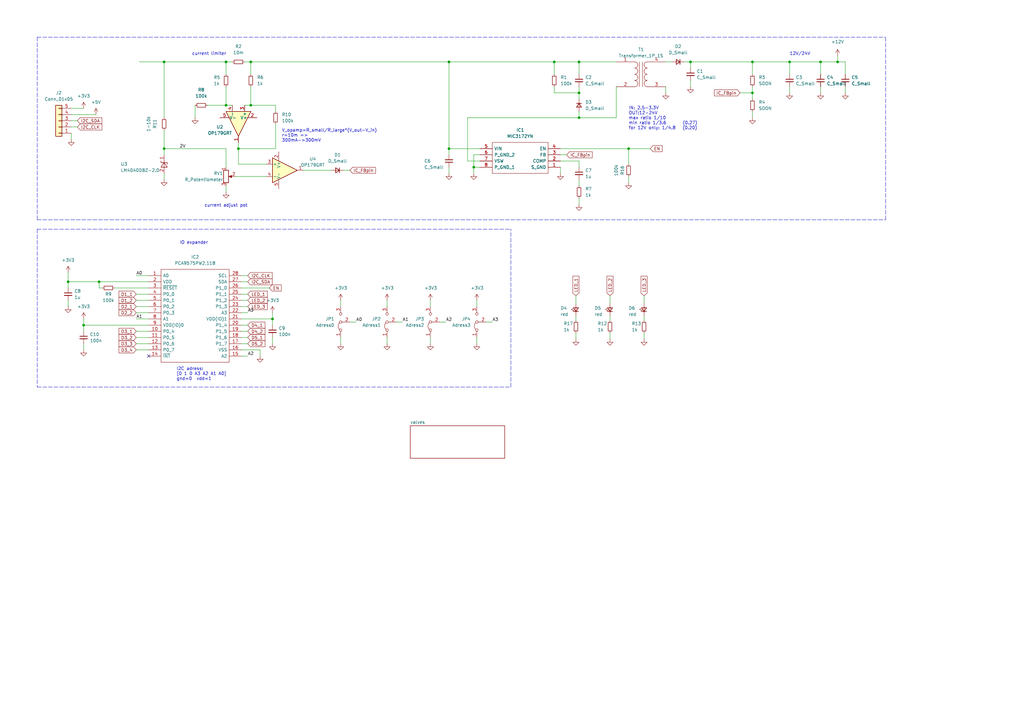
<source format=kicad_sch>
(kicad_sch (version 20211123) (generator eeschema)
  (paper "A3")
  (lib_symbols
    (symbol "Amplifier_Operational:OP179GRT" (pin_names (offset 0.127))
      (property "Reference" "U" (at 0 5.08 0))
      (property "Value" "OP179GRT" (at 0 -5.08 0))
      (symbol "OP179GRT_0_1"
        (polyline (pts (xy -5.08 5.08) (xy 5.08 0) (xy -5.08 -5.08) (xy -5.08 5.08)) (stroke (width 0.254)) (fill (type background)))
        (pin power_in line (at -2.54 7.62 270) (length 3.81) (name "V+") (number "2"))
        (pin power_in line (at -2.54 -7.62 90) (length 3.81) (name "V-") (number "5"))
      )
      (symbol "OP179GRT_1_1"
        (pin output line (at 7.62 0 180) (length 2.54) (name "~") (number "1"))
        (pin input line (at -7.62 2.54 0) (length 2.54) (name "+") (number "3"))
        (pin input line (at -7.62 -2.54 0) (length 2.54) (name "-") (number "4"))
      )
    )
    (symbol "Connector_Generic:Conn_01x05" (pin_names (offset 1.016) hide)
      (property "Reference" "J" (at 0 7.62 0))
      (property "Value" "Conn_01x05" (at 0 -7.62 0))
      (symbol "Conn_01x05_1_1"
        (rectangle (start -1.27 -4.953) (end 0 -5.207) (stroke (width 0.1524)))
        (rectangle (start -1.27 -2.413) (end 0 -2.667) (stroke (width 0.1524)))
        (rectangle (start -1.27 0.127) (end 0 -0.127) (stroke (width 0.1524)))
        (rectangle (start -1.27 2.667) (end 0 2.413) (stroke (width 0.1524)))
        (rectangle (start -1.27 5.207) (end 0 4.953) (stroke (width 0.1524)))
        (rectangle (start -1.27 6.35) (end 1.27 -6.35) (stroke (width 0.254)) (fill (type background)))
        (pin passive line (at -5.08 5.08 0) (length 3.81) (name "Pin_1") (number "1"))
        (pin passive line (at -5.08 2.54 0) (length 3.81) (name "Pin_2") (number "2"))
        (pin passive line (at -5.08 0 0) (length 3.81) (name "Pin_3") (number "3"))
        (pin passive line (at -5.08 -2.54 0) (length 3.81) (name "Pin_4") (number "4"))
        (pin passive line (at -5.08 -5.08 0) (length 3.81) (name "Pin_5") (number "5"))
      )
    )
    (symbol "Device:C_Small" (pin_numbers hide) (pin_names (offset 0.254) hide)
      (property "Reference" "C" (at 0.254 1.778 0))
      (property "Value" "C_Small" (at 0.254 -2.032 0))
      (symbol "C_Small_0_1"
        (polyline (pts (xy -1.524 -0.508) (xy 1.524 -0.508)) (stroke (width 0.3302)))
        (polyline (pts (xy -1.524 0.508) (xy 1.524 0.508)) (stroke (width 0.3048)))
      )
      (symbol "C_Small_1_1"
        (pin passive line (at 0 2.54 270) (length 2.032) (name "~") (number "1"))
        (pin passive line (at 0 -2.54 90) (length 2.032) (name "~") (number "2"))
      )
    )
    (symbol "Device:D_Small" (pin_numbers hide) (pin_names (offset 0.254) hide)
      (property "Reference" "D" (at -1.27 2.032 0))
      (property "Value" "D_Small" (at -3.81 -2.032 0))
      (symbol "D_Small_0_1"
        (polyline (pts (xy -0.762 -1.016) (xy -0.762 1.016)) (stroke (width 0.254)))
        (polyline (pts (xy -0.762 0) (xy 0.762 0)))
        (polyline (pts (xy 0.762 -1.016) (xy -0.762 0) (xy 0.762 1.016) (xy 0.762 -1.016)) (stroke (width 0.254)))
      )
      (symbol "D_Small_1_1"
        (pin passive line (at -2.54 0 0) (length 1.778) (name "K") (number "1"))
        (pin passive line (at 2.54 0 180) (length 1.778) (name "A") (number "2"))
      )
    )
    (symbol "Device:LED_Small" (pin_numbers hide) (pin_names (offset 0.254) hide)
      (property "Reference" "D" (at -1.27 3.175 0))
      (property "Value" "LED_Small" (at -4.445 -2.54 0))
      (symbol "LED_Small_0_1"
        (polyline (pts (xy -0.762 -1.016) (xy -0.762 1.016)) (stroke (width 0.254)))
        (polyline (pts (xy 1.016 0) (xy -0.762 0)))
        (polyline (pts (xy 0.762 -1.016) (xy -0.762 0) (xy 0.762 1.016) (xy 0.762 -1.016)) (stroke (width 0.254)))
        (polyline (pts (xy 0 0.762) (xy -0.508 1.27) (xy -0.254 1.27) (xy -0.508 1.27) (xy -0.508 1.016)))
        (polyline (pts (xy 0.508 1.27) (xy 0 1.778) (xy 0.254 1.778) (xy 0 1.778) (xy 0 1.524)))
      )
      (symbol "LED_Small_1_1"
        (pin passive line (at -2.54 0 0) (length 1.778) (name "K") (number "1"))
        (pin passive line (at 2.54 0 180) (length 1.778) (name "A") (number "2"))
      )
    )
    (symbol "Device:R_Potentiometer" (pin_names (offset 1.016) hide)
      (property "Reference" "RV" (at -4.445 0 90))
      (property "Value" "R_Potentiometer" (at -2.54 0 90))
      (symbol "R_Potentiometer_0_1"
        (polyline (pts (xy 2.54 0) (xy 1.524 0)))
        (polyline (pts (xy 1.143 0) (xy 2.286 0.508) (xy 2.286 -0.508) (xy 1.143 0)) (fill (type outline)))
        (rectangle (start 1.016 2.54) (end -1.016 -2.54) (stroke (width 0.254)))
      )
      (symbol "R_Potentiometer_1_1"
        (pin passive line (at 0 3.81 270) (length 1.27) (name "1") (number "1"))
        (pin passive line (at 3.81 0 180) (length 1.27) (name "2") (number "2"))
        (pin passive line (at 0 -3.81 90) (length 1.27) (name "3") (number "3"))
      )
    )
    (symbol "Device:R_Small" (pin_numbers hide) (pin_names (offset 0.254) hide)
      (property "Reference" "R" (at 0.762 0.508 0))
      (property "Value" "R_Small" (at 0.762 -1.016 0))
      (symbol "R_Small_0_1"
        (rectangle (start -0.762 1.778) (end 0.762 -1.778) (stroke (width 0.2032)))
      )
      (symbol "R_Small_1_1"
        (pin passive line (at 0 2.54 270) (length 0.762) (name "~") (number "1"))
        (pin passive line (at 0 -2.54 90) (length 0.762) (name "~") (number "2"))
      )
    )
    (symbol "Device:Transformer_1P_1S" (pin_names (offset 1.016) hide)
      (property "Reference" "T" (at 0 6.35 0))
      (property "Value" "Transformer_1P_1S" (at 0 -7.62 0))
      (symbol "Transformer_1P_1S_0_1"
        (arc (start -2.54 -5.0546) (mid -1.6599 -4.6901) (end -1.27 -3.81))
        (arc (start -2.54 -2.5146) (mid -1.6599 -2.1501) (end -1.27 -1.27))
        (arc (start -2.54 0.0254) (mid -1.6599 0.3899) (end -1.27 1.27))
        (arc (start -2.54 2.5654) (mid -1.6599 2.9299) (end -1.27 3.81))
        (arc (start -1.27 -3.81) (mid -1.642 -2.912) (end -2.54 -2.54))
        (arc (start -1.27 -1.27) (mid -1.642 -0.372) (end -2.54 0))
        (arc (start -1.27 1.27) (mid -1.642 2.168) (end -2.54 2.54))
        (arc (start -1.27 3.81) (mid -1.642 4.708) (end -2.54 5.08))
        (polyline (pts (xy -0.635 5.08) (xy -0.635 -5.08)))
        (polyline (pts (xy 0.635 -5.08) (xy 0.635 5.08)))
        (arc (start 1.2954 -1.27) (mid 1.6599 -2.1501) (end 2.54 -2.5146))
        (arc (start 1.2954 1.27) (mid 1.6599 0.3899) (end 2.54 0.0254))
        (arc (start 1.2954 3.81) (mid 1.6599 2.9299) (end 2.54 2.5654))
        (arc (start 1.3208 -3.81) (mid 1.6853 -4.6901) (end 2.5654 -5.0546))
        (arc (start 2.54 0) (mid 1.642 -0.372) (end 1.2954 -1.27))
        (arc (start 2.54 2.54) (mid 1.642 2.168) (end 1.2954 1.27))
        (arc (start 2.54 5.08) (mid 1.642 4.708) (end 1.2954 3.81))
        (arc (start 2.5654 -2.54) (mid 1.6674 -2.912) (end 1.3208 -3.81))
      )
      (symbol "Transformer_1P_1S_1_1"
        (pin passive line (at -10.16 5.08 0) (length 7.62) (name "AA") (number "1"))
        (pin passive line (at -10.16 -5.08 0) (length 7.62) (name "AB") (number "2"))
        (pin passive line (at 10.16 -5.08 180) (length 7.62) (name "SA") (number "3"))
        (pin passive line (at 10.16 5.08 180) (length 7.62) (name "SB") (number "4"))
      )
    )
    (symbol "Jumper:Jumper_3_Bridged12" (pin_names (offset 0) hide)
      (property "Reference" "JP" (at -2.54 -2.54 0))
      (property "Value" "Jumper_3_Bridged12" (at 0 2.794 0))
      (symbol "Jumper_3_Bridged12_0_0"
        (circle (center -3.302 0) (radius 0.508))
        (circle (center 0 0) (radius 0.508))
        (circle (center 3.302 0) (radius 0.508))
      )
      (symbol "Jumper_3_Bridged12_0_1"
        (arc (start -0.254 0.508) (mid -1.651 0.9912) (end -3.048 0.508))
        (polyline (pts (xy 0 -1.27) (xy 0 -0.508)))
      )
      (symbol "Jumper_3_Bridged12_1_1"
        (pin passive line (at -6.35 0 0) (length 2.54) (name "A") (number "1"))
        (pin passive line (at 0 -3.81 90) (length 2.54) (name "C") (number "2"))
        (pin passive line (at 6.35 0 180) (length 2.54) (name "B") (number "3"))
      )
    )
    (symbol "Reference_Voltage:LM4040DBZ-2.0" (pin_names (offset 0.0254) hide)
      (property "Reference" "U" (at 0 2.54 0))
      (property "Value" "LM4040DBZ-2.0" (at 0 -3.175 0))
      (symbol "LM4040DBZ-2.0_0_1"
        (polyline (pts (xy -1.27 0) (xy 0 0) (xy 1.27 0)))
        (polyline (pts (xy -1.27 -1.27) (xy 0.635 0) (xy -1.27 1.27) (xy -1.27 -1.27)) (stroke (width 0.2032)))
        (polyline (pts (xy 0 -1.27) (xy 0.635 -1.27) (xy 0.635 1.27) (xy 1.27 1.27)) (stroke (width 0.2032)))
      )
      (symbol "LM4040DBZ-2.0_1_1"
        (pin passive line (at 3.81 0 180) (length 2.54) (name "K") (number "1"))
        (pin passive line (at -3.81 0 0) (length 2.54) (name "A") (number "2"))
      )
    )
    (symbol "SamacSys_Parts:MIC3172YN" (pin_names (offset 0.762))
      (property "Reference" "IC" (at 29.21 7.62 0))
      (property "Value" "MIC3172YN" (at 29.21 5.08 0))
      (symbol "MIC3172YN_0_0"
        (pin passive line (at 0 0 0) (length 5.08) (name "S_GND") (number "1"))
        (pin passive line (at 0 -2.54 0) (length 5.08) (name "COMP") (number "2"))
        (pin passive line (at 0 -5.08 0) (length 5.08) (name "FB") (number "3"))
        (pin passive line (at 0 -7.62 0) (length 5.08) (name "EN") (number "4"))
        (pin passive line (at 33.02 -7.62 180) (length 5.08) (name "VIN") (number "5"))
        (pin passive line (at 33.02 -5.08 180) (length 5.08) (name "P_GND_2") (number "6"))
        (pin passive line (at 33.02 -2.54 180) (length 5.08) (name "VSW") (number "7"))
        (pin passive line (at 33.02 0 180) (length 5.08) (name "P_GND_1") (number "8"))
      )
      (symbol "MIC3172YN_0_1"
        (polyline (pts (xy 5.08 2.54) (xy 27.94 2.54) (xy 27.94 -10.16) (xy 5.08 -10.16) (xy 5.08 2.54)) (stroke (width 0.1524)))
      )
    )
    (symbol "SamacSys_Parts:PCA9575PW2,118" (pin_names (offset 0.762))
      (property "Reference" "IC" (at 34.29 7.62 0))
      (property "Value" "PCA9575PW2,118" (at 34.29 5.08 0))
      (symbol "PCA9575PW2,118_0_0"
        (pin passive line (at 0 0 0) (length 5.08) (name "A0") (number "1"))
        (pin passive line (at 0 -22.86 0) (length 5.08) (name "P0_4") (number "10"))
        (pin passive line (at 0 -25.4 0) (length 5.08) (name "P0_5") (number "11"))
        (pin passive line (at 0 -27.94 0) (length 5.08) (name "P0_6") (number "12"))
        (pin passive line (at 0 -30.48 0) (length 5.08) (name "P0_7") (number "13"))
        (pin passive line (at 0 -33.02 0) (length 5.08) (name "~{INT}") (number "14"))
        (pin passive line (at 38.1 -33.02 180) (length 5.08) (name "A2") (number "15"))
        (pin passive line (at 38.1 -30.48 180) (length 5.08) (name "VSS") (number "16"))
        (pin passive line (at 38.1 -27.94 180) (length 5.08) (name "P1_7") (number "17"))
        (pin passive line (at 38.1 -25.4 180) (length 5.08) (name "P1_6") (number "18"))
        (pin passive line (at 38.1 -22.86 180) (length 5.08) (name "P1_5") (number "19"))
        (pin passive line (at 0 -2.54 0) (length 5.08) (name "VDD") (number "2"))
        (pin passive line (at 38.1 -20.32 180) (length 5.08) (name "P1_4") (number "20"))
        (pin passive line (at 38.1 -17.78 180) (length 5.08) (name "VDD(IO)1") (number "21"))
        (pin passive line (at 38.1 -15.24 180) (length 5.08) (name "A3") (number "22"))
        (pin passive line (at 38.1 -12.7 180) (length 5.08) (name "P1_3") (number "23"))
        (pin passive line (at 38.1 -10.16 180) (length 5.08) (name "P1_2") (number "24"))
        (pin passive line (at 38.1 -7.62 180) (length 5.08) (name "P1_1") (number "25"))
        (pin passive line (at 38.1 -5.08 180) (length 5.08) (name "P1_0") (number "26"))
        (pin passive line (at 38.1 -2.54 180) (length 5.08) (name "SDA") (number "27"))
        (pin passive line (at 38.1 0 180) (length 5.08) (name "SCL") (number "28"))
        (pin passive line (at 0 -5.08 0) (length 5.08) (name "~{RESET}") (number "3"))
        (pin passive line (at 0 -7.62 0) (length 5.08) (name "P0_0") (number "4"))
        (pin passive line (at 0 -10.16 0) (length 5.08) (name "P0_1") (number "5"))
        (pin passive line (at 0 -12.7 0) (length 5.08) (name "P0_2") (number "6"))
        (pin passive line (at 0 -15.24 0) (length 5.08) (name "P0_3") (number "7"))
        (pin passive line (at 0 -17.78 0) (length 5.08) (name "A1") (number "8"))
        (pin passive line (at 0 -20.32 0) (length 5.08) (name "VDD(IO)0") (number "9"))
      )
      (symbol "PCA9575PW2,118_0_1"
        (polyline (pts (xy 5.08 2.54) (xy 33.02 2.54) (xy 33.02 -35.56) (xy 5.08 -35.56) (xy 5.08 2.54)) (stroke (width 0.1524)))
      )
    )
    (symbol "power:+12V" (power) (pin_names (offset 0))
      (property "Value" "+12V" (at 0 3.556 0))
      (symbol "+12V_0_1"
        (polyline (pts (xy -0.762 1.27) (xy 0 2.54)))
        (polyline (pts (xy 0 0) (xy 0 2.54)))
        (polyline (pts (xy 0 2.54) (xy 0.762 1.27)))
      )
      (symbol "+12V_1_1"
        (pin power_in line (at 0 0 90) (length 0) hide (name "+12V") (number "1"))
      )
    )
    (symbol "power:+3V3" (power) (pin_names (offset 0))
      (property "Value" "+3V3" (at 0 3.556 0))
      (symbol "+3V3_0_1"
        (polyline (pts (xy -0.762 1.27) (xy 0 2.54)))
        (polyline (pts (xy 0 0) (xy 0 2.54)))
        (polyline (pts (xy 0 2.54) (xy 0.762 1.27)))
      )
      (symbol "+3V3_1_1"
        (pin power_in line (at 0 0 90) (length 0) hide (name "+3V3") (number "1"))
      )
    )
    (symbol "power:+5V" (power) (pin_names (offset 0))
      (property "Value" "+5V" (at 0 3.556 0))
      (symbol "+5V_0_1"
        (polyline (pts (xy -0.762 1.27) (xy 0 2.54)))
        (polyline (pts (xy 0 0) (xy 0 2.54)))
        (polyline (pts (xy 0 2.54) (xy 0.762 1.27)))
      )
      (symbol "+5V_1_1"
        (pin power_in line (at 0 0 90) (length 0) hide (name "+5V") (number "1"))
      )
    )
    (symbol "power:GND" (power) (pin_names (offset 0))
      (property "Value" "GND" (at 0 -3.81 0))
      (symbol "GND_0_1"
        (polyline (pts (xy 0 0) (xy 0 -1.27) (xy 1.27 -1.27) (xy 0 -2.54) (xy -1.27 -1.27) (xy 0 -1.27)))
      )
      (symbol "GND_1_1"
        (pin power_in line (at 0 0 270) (length 0) hide (name "GND") (number "1"))
      )
    )
  )
  (junction (at 283.21 25.4))
  (junction (at 184.15 60.96))
  (junction (at 323.85 25.4))
  (junction (at 237.49 38.1))
  (junction (at 34.29 133.35))
  (junction (at 102.87 43.18))
  (junction (at 194.31 68.58))
  (junction (at 111.76 130.81))
  (junction (at 27.94 115.57))
  (junction (at 97.79 60.96))
  (junction (at 67.31 25.4))
  (junction (at 308.61 38.1))
  (junction (at 237.49 25.4))
  (junction (at 308.61 25.4))
  (junction (at 237.49 48.26))
  (junction (at 92.71 43.18))
  (junction (at 336.55 25.4))
  (junction (at 40.64 115.57))
  (junction (at 92.71 25.4))
  (junction (at 184.15 25.4))
  (junction (at 102.87 25.4))
  (junction (at 227.33 25.4))
  (junction (at 67.31 60.96))
  (junction (at 257.81 60.96))
  (junction (at 343.535 25.4))
  (no_connect (at 60.96 146.05))
  (wire (pts (xy 308.61 35.56) (xy 308.61 38.1)))
  (wire (pts (xy 100.33 25.4) (xy 102.87 25.4)))
  (wire (pts (xy 194.31 68.58) (xy 196.85 68.58)))
  (wire (pts (xy 55.88 113.03) (xy 60.96 113.03)))
  (wire (pts (xy 99.06 113.03) (xy 101.6 113.03)))
  (wire (pts (xy 92.71 25.4) (xy 95.25 25.4)))
  (wire (pts (xy 99.06 120.65) (xy 101.6 120.65)))
  (wire (pts (xy 99.06 125.73) (xy 101.6 125.73)))
  (wire (pts (xy 102.87 43.18) (xy 100.33 43.18)))
  (wire (pts (xy 67.31 25.4) (xy 92.71 25.4)))
  (wire (pts (xy 55.88 143.51) (xy 60.96 143.51)))
  (wire (pts (xy 237.49 25.4) (xy 252.73 25.4)))
  (wire (pts (xy 29.21 49.53) (xy 31.75 49.53)))
  (wire (pts (xy 180.34 132.08) (xy 182.88 132.08)))
  (wire (pts (xy 102.87 25.4) (xy 184.15 25.4)))
  (wire (pts (xy 184.15 25.4) (xy 227.33 25.4)))
  (polyline (pts (xy 363.22 90.17) (xy 363.22 15.24)))
  (wire (pts (xy 111.76 138.43) (xy 111.76 140.97)))
  (wire (pts (xy 237.49 81.28) (xy 237.49 83.82)))
  (wire (pts (xy 29.21 52.07) (xy 31.75 52.07)))
  (wire (pts (xy 102.87 25.4) (xy 102.87 30.48)))
  (wire (pts (xy 303.53 38.1) (xy 308.61 38.1)))
  (wire (pts (xy 34.29 140.97) (xy 34.29 143.51)))
  (wire (pts (xy 195.58 138.43) (xy 195.58 140.97)))
  (wire (pts (xy 227.33 25.4) (xy 227.33 30.48)))
  (wire (pts (xy 80.01 48.26) (xy 80.01 43.18)))
  (wire (pts (xy 227.33 38.1) (xy 237.49 38.1)))
  (wire (pts (xy 34.29 133.35) (xy 60.96 133.35)))
  (wire (pts (xy 99.06 135.89) (xy 101.6 135.89)))
  (wire (pts (xy 106.68 143.51) (xy 106.68 146.05)))
  (wire (pts (xy 264.16 136.525) (xy 264.16 139.065)))
  (wire (pts (xy 237.49 25.4) (xy 237.49 30.48)))
  (wire (pts (xy 140.97 69.85) (xy 143.51 69.85)))
  (wire (pts (xy 85.09 43.18) (xy 92.71 43.18)))
  (wire (pts (xy 323.85 25.4) (xy 336.55 25.4)))
  (wire (pts (xy 57.15 25.4) (xy 67.31 25.4)))
  (polyline (pts (xy 15.24 93.98) (xy 209.55 93.98)))
  (wire (pts (xy 184.15 68.58) (xy 184.15 71.12)))
  (wire (pts (xy 343.535 25.4) (xy 346.71 25.4)))
  (wire (pts (xy 102.87 35.56) (xy 102.87 43.18)))
  (wire (pts (xy 67.31 71.12) (xy 67.31 73.66)))
  (wire (pts (xy 343.535 22.86) (xy 343.535 25.4)))
  (wire (pts (xy 184.15 63.5) (xy 184.15 60.96)))
  (wire (pts (xy 55.88 140.97) (xy 60.96 140.97)))
  (polyline (pts (xy 15.24 93.98) (xy 15.24 158.75)))
  (wire (pts (xy 191.77 66.04) (xy 191.77 48.26)))
  (wire (pts (xy 92.71 76.2) (xy 92.71 78.74)))
  (wire (pts (xy 40.64 115.57) (xy 60.96 115.57)))
  (wire (pts (xy 29.21 46.99) (xy 39.37 46.99)))
  (wire (pts (xy 40.64 115.57) (xy 40.64 118.11)))
  (wire (pts (xy 99.06 128.27) (xy 101.6 128.27)))
  (wire (pts (xy 184.15 25.4) (xy 184.15 60.96)))
  (wire (pts (xy 308.61 25.4) (xy 308.61 30.48)))
  (wire (pts (xy 143.51 132.08) (xy 146.05 132.08)))
  (wire (pts (xy 194.31 68.58) (xy 194.31 71.12)))
  (polyline (pts (xy 15.24 15.24) (xy 363.22 15.24)))
  (wire (pts (xy 199.39 132.08) (xy 201.93 132.08)))
  (wire (pts (xy 92.71 68.58) (xy 92.71 60.96)))
  (wire (pts (xy 27.94 115.57) (xy 40.64 115.57)))
  (wire (pts (xy 336.55 25.4) (xy 343.535 25.4)))
  (wire (pts (xy 29.21 54.61) (xy 29.21 57.15)))
  (wire (pts (xy 55.88 128.27) (xy 60.96 128.27)))
  (wire (pts (xy 92.71 60.96) (xy 67.31 60.96)))
  (wire (pts (xy 191.77 48.26) (xy 237.49 48.26)))
  (wire (pts (xy 264.16 129.54) (xy 264.16 131.445)))
  (wire (pts (xy 196.85 66.04) (xy 191.77 66.04)))
  (wire (pts (xy 236.22 136.525) (xy 236.22 139.065)))
  (wire (pts (xy 139.7 123.19) (xy 139.7 125.73)))
  (wire (pts (xy 308.61 45.72) (xy 308.61 48.26)))
  (wire (pts (xy 237.49 68.58) (xy 237.49 66.04)))
  (wire (pts (xy 67.31 53.34) (xy 67.31 60.96)))
  (wire (pts (xy 323.85 25.4) (xy 323.85 30.48)))
  (wire (pts (xy 96.52 72.39) (xy 109.22 72.39)))
  (wire (pts (xy 158.75 138.43) (xy 158.75 140.97)))
  (wire (pts (xy 176.53 123.19) (xy 176.53 125.73)))
  (wire (pts (xy 27.94 123.19) (xy 27.94 125.73)))
  (wire (pts (xy 283.21 25.4) (xy 280.67 25.4)))
  (wire (pts (xy 55.88 138.43) (xy 60.96 138.43)))
  (wire (pts (xy 111.76 133.35) (xy 111.76 130.81)))
  (wire (pts (xy 176.53 138.43) (xy 176.53 140.97)))
  (wire (pts (xy 250.19 129.54) (xy 250.19 131.445)))
  (wire (pts (xy 99.06 115.57) (xy 101.6 115.57)))
  (wire (pts (xy 196.85 63.5) (xy 194.31 63.5)))
  (wire (pts (xy 46.99 118.11) (xy 60.96 118.11)))
  (wire (pts (xy 55.88 123.19) (xy 60.96 123.19)))
  (wire (pts (xy 250.19 136.525) (xy 250.19 139.065)))
  (wire (pts (xy 111.76 128.27) (xy 111.76 130.81)))
  (wire (pts (xy 55.88 120.65) (xy 60.96 120.65)))
  (wire (pts (xy 336.55 35.56) (xy 336.55 38.1)))
  (wire (pts (xy 237.49 48.26) (xy 237.49 45.72)))
  (wire (pts (xy 308.61 25.4) (xy 323.85 25.4)))
  (wire (pts (xy 229.87 60.96) (xy 257.81 60.96)))
  (wire (pts (xy 283.21 25.4) (xy 308.61 25.4)))
  (wire (pts (xy 99.06 130.81) (xy 111.76 130.81)))
  (wire (pts (xy 34.29 135.89) (xy 34.29 133.35)))
  (wire (pts (xy 308.61 38.1) (xy 308.61 40.64)))
  (wire (pts (xy 113.03 43.18) (xy 113.03 45.72)))
  (wire (pts (xy 139.7 138.43) (xy 139.7 140.97)))
  (wire (pts (xy 264.16 121.285) (xy 264.16 124.46)))
  (wire (pts (xy 283.21 33.02) (xy 283.21 35.56)))
  (wire (pts (xy 184.15 60.96) (xy 196.85 60.96)))
  (wire (pts (xy 252.73 35.56) (xy 252.73 48.26)))
  (wire (pts (xy 99.06 138.43) (xy 101.6 138.43)))
  (wire (pts (xy 236.22 121.285) (xy 236.22 124.46)))
  (wire (pts (xy 346.71 25.4) (xy 346.71 30.48)))
  (wire (pts (xy 92.71 35.56) (xy 92.71 43.18)))
  (wire (pts (xy 336.55 25.4) (xy 336.55 30.48)))
  (wire (pts (xy 257.81 60.96) (xy 257.81 67.31)))
  (wire (pts (xy 55.88 125.73) (xy 60.96 125.73)))
  (wire (pts (xy 99.06 123.19) (xy 101.6 123.19)))
  (wire (pts (xy 346.71 35.56) (xy 346.71 38.1)))
  (wire (pts (xy 99.06 143.51) (xy 106.68 143.51)))
  (wire (pts (xy 273.05 35.56) (xy 273.05 38.1)))
  (wire (pts (xy 237.49 66.04) (xy 229.87 66.04)))
  (wire (pts (xy 99.06 140.97) (xy 101.6 140.97)))
  (wire (pts (xy 237.49 40.64) (xy 237.49 38.1)))
  (wire (pts (xy 257.81 72.39) (xy 257.81 74.93)))
  (wire (pts (xy 229.87 63.5) (xy 232.41 63.5)))
  (wire (pts (xy 99.06 133.35) (xy 101.6 133.35)))
  (wire (pts (xy 113.03 60.96) (xy 97.79 60.96)))
  (wire (pts (xy 67.31 60.96) (xy 67.31 63.5)))
  (wire (pts (xy 67.31 25.4) (xy 67.31 48.26)))
  (wire (pts (xy 195.58 123.19) (xy 195.58 125.73)))
  (wire (pts (xy 250.19 121.285) (xy 250.19 124.46)))
  (wire (pts (xy 194.31 63.5) (xy 194.31 68.58)))
  (wire (pts (xy 97.79 60.96) (xy 97.79 58.42)))
  (wire (pts (xy 323.85 35.56) (xy 323.85 38.1)))
  (wire (pts (xy 227.33 25.4) (xy 237.49 25.4)))
  (wire (pts (xy 283.21 27.94) (xy 283.21 25.4)))
  (wire (pts (xy 124.46 69.85) (xy 135.89 69.85)))
  (wire (pts (xy 40.64 118.11) (xy 41.91 118.11)))
  (wire (pts (xy 257.81 60.96) (xy 266.7 60.96)))
  (wire (pts (xy 227.33 35.56) (xy 227.33 38.1)))
  (wire (pts (xy 162.56 132.08) (xy 165.1 132.08)))
  (wire (pts (xy 229.87 68.58) (xy 229.87 71.12)))
  (wire (pts (xy 97.79 60.96) (xy 97.79 67.31)))
  (wire (pts (xy 99.06 146.05) (xy 101.6 146.05)))
  (wire (pts (xy 109.22 67.31) (xy 97.79 67.31)))
  (polyline (pts (xy 15.24 15.24) (xy 15.24 90.17)))
  (wire (pts (xy 92.71 43.18) (xy 95.25 43.18)))
  (wire (pts (xy 158.75 123.19) (xy 158.75 125.73)))
  (wire (pts (xy 92.71 25.4) (xy 92.71 30.48)))
  (wire (pts (xy 102.87 43.18) (xy 113.03 43.18)))
  (polyline (pts (xy 15.24 90.17) (xy 363.22 90.17)))
  (polyline (pts (xy 15.24 158.75) (xy 209.55 158.75)))
  (wire (pts (xy 236.22 129.54) (xy 236.22 131.445)))
  (wire (pts (xy 27.94 118.11) (xy 27.94 115.57)))
  (polyline (pts (xy 209.55 158.75) (xy 209.55 93.98)))
  (wire (pts (xy 27.94 111.76) (xy 27.94 115.57)))
  (wire (pts (xy 275.59 25.4) (xy 273.05 25.4)))
  (wire (pts (xy 29.21 44.45) (xy 34.29 44.45)))
  (wire (pts (xy 237.49 48.26) (xy 252.73 48.26)))
  (wire (pts (xy 55.88 130.81) (xy 60.96 130.81)))
  (wire (pts (xy 99.06 118.11) (xy 110.49 118.11)))
  (wire (pts (xy 237.49 76.2) (xy 237.49 73.66)))
  (wire (pts (xy 55.88 135.89) (xy 60.96 135.89)))
  (wire (pts (xy 34.29 130.81) (xy 34.29 133.35)))
  (wire (pts (xy 237.49 35.56) (xy 237.49 38.1)))
  (wire (pts (xy 113.03 50.8) (xy 113.03 60.96)))
  (text "current adjust pot" (at 83.82 85.09 0) (effects (font (size 1.27 1.27)) (justify left bottom)))
  (text "V_opamp=R_small/R_large*(V_out-V_in)\nr=10m =>\n300mA->300mV" (at 115.57 58.42 0) (effects (font (size 1.27 1.27)) (justify left bottom)))
  (text "current limiter" (at 78.74 22.86 0) (effects (font (size 1.27 1.27)) (justify left bottom)))
  (text "I2C adress:\n[0 1 0 A3 A2 A1 A0]\ngnd=0  vdd=1" (at 72.39 156.21 0) (effects (font (size 1.27 1.27)) (justify left bottom)))
  (text "12V/24V" (at 323.85 22.86 0) (effects (font (size 1.27 1.27)) (justify left bottom)))
  (text "IN: 2.5-3.3V\nOUT:12-24V\nmax ratio 1/10\nmin ratio 1/3.6       (0.27)\nfor 12V only: 1/4.8   (0.20)" (at 257.81 53.34 0) (effects (font (size 1.27 1.27)) (justify left bottom)))
  (text "IO expander" (at 73.66 100.33 0) (effects (font (size 1.27 1.27)) (justify left bottom)))
  (label "A0" (at 146.05 132.08 0))
  (label "A0" (at 55.88 113.03 0))
  (label "A2" (at 101.6 146.05 0))
  (label "A3" (at 201.93 132.08 0))
  (label "A1" (at 55.88 130.81 0))
  (label "2V" (at 73.66 60.96 0))
  (label "A2" (at 182.88 132.08 0))
  (label "A1" (at 165.1 132.08 0))
  (label "A3" (at 101.6 128.27 0))
  (global_label "D3_1" (shape input) (at 55.88 135.89 180) (property "Intersheet References" "${INTERSHEET_REFS}" (effects hide)))
  (global_label "LED_1" (shape input) (at 101.6 120.65 0) (property "Intersheet References" "${INTERSHEET_REFS}" (effects hide)))
  (global_label "I2C_CLK" (shape input) (at 101.6 113.03 0) (property "Intersheet References" "${INTERSHEET_REFS}" (effects hide)))
  (global_label "D3_3" (shape input) (at 55.88 140.97 180) (property "Intersheet References" "${INTERSHEET_REFS}" (effects hide)))
  (global_label "D1_1" (shape input) (at 55.88 120.65 180) (property "Intersheet References" "${INTERSHEET_REFS}" (effects hide)))
  (global_label "IC_FBpin" (shape input) (at 143.51 69.85 0) (property "Intersheet References" "${INTERSHEET_REFS}" (effects hide)))
  (global_label "D3_4" (shape input) (at 55.88 143.51 180) (property "Intersheet References" "${INTERSHEET_REFS}" (effects hide)))
  (global_label "D5_2" (shape input) (at 101.6 140.97 0) (property "Intersheet References" "${INTERSHEET_REFS}" (effects hide)))
  (global_label "D1_2" (shape input) (at 55.88 123.19 180) (property "Intersheet References" "${INTERSHEET_REFS}" (effects hide)))
  (global_label "IC_FBpin" (shape input) (at 303.53 38.1 180) (property "Intersheet References" "${INTERSHEET_REFS}" (effects hide)))
  (global_label "LED_2" (shape input) (at 101.6 123.19 0) (property "Intersheet References" "${INTERSHEET_REFS}" (effects hide)))
  (global_label "LED_1" (shape input) (at 236.22 121.285 90) (property "Intersheet References" "${INTERSHEET_REFS}" (effects hide)))
  (global_label "I2C_SDA" (shape input) (at 31.75 49.53 0) (property "Intersheet References" "${INTERSHEET_REFS}" (effects hide)))
  (global_label "I2C_SDA" (shape input) (at 101.6 115.57 0) (property "Intersheet References" "${INTERSHEET_REFS}" (effects hide)))
  (global_label "D4_2" (shape input) (at 101.6 135.89 0) (property "Intersheet References" "${INTERSHEET_REFS}" (effects hide)))
  (global_label "I2C_CLK" (shape input) (at 31.75 52.07 0) (property "Intersheet References" "${INTERSHEET_REFS}" (effects hide)))
  (global_label "EN" (shape input) (at 110.49 118.11 0) (property "Intersheet References" "${INTERSHEET_REFS}" (effects hide)))
  (global_label "IC_FBpin" (shape input) (at 232.41 63.5 0) (property "Intersheet References" "${INTERSHEET_REFS}" (effects hide)))
  (global_label "LED_2" (shape input) (at 250.19 121.285 90) (property "Intersheet References" "${INTERSHEET_REFS}" (effects hide)))
  (global_label "D3_2" (shape input) (at 55.88 138.43 180) (property "Intersheet References" "${INTERSHEET_REFS}" (effects hide)))
  (global_label "LED_3" (shape input) (at 264.16 121.285 90) (property "Intersheet References" "${INTERSHEET_REFS}" (effects hide)))
  (global_label "D4_1" (shape input) (at 101.6 133.35 0) (property "Intersheet References" "${INTERSHEET_REFS}" (effects hide)))
  (global_label "D2_1" (shape input) (at 55.88 125.73 180) (property "Intersheet References" "${INTERSHEET_REFS}" (effects hide)))
  (global_label "EN" (shape input) (at 266.7 60.96 0) (property "Intersheet References" "${INTERSHEET_REFS}" (effects hide)))
  (global_label "D2_2" (shape input) (at 55.88 128.27 180) (property "Intersheet References" "${INTERSHEET_REFS}" (effects hide)))
  (global_label "LED_3" (shape input) (at 101.6 125.73 0) (property "Intersheet References" "${INTERSHEET_REFS}" (effects hide)))
  (global_label "D5_1" (shape input) (at 101.6 138.43 0) (property "Intersheet References" "${INTERSHEET_REFS}" (effects hide)))
  (symbol (lib_id "power:+5V") (at 39.37 46.99 0) (unit 1)
    (property "Reference" "#PWR0115" (effects hide))
    (property "Value" "+5V" (at 39.37 41.91 0))
  )
  (symbol (lib_id "Device:R_Small") (at 67.31 50.8 0) (unit 1)
    (property "Reference" "R11" (at 63.5 50.8 90))
    (property "Value" "1-10k" (at 60.96 50.8 90))
    (property "Footprint" "Resistor_THT:R_Axial_DIN0207_L6.3mm_D2.5mm_P10.16mm_Horizontal" (effects hide))
  )
  (symbol (lib_id "Amplifier_Operational:OP179GRT") (at 116.84 69.85 0) (unit 1)
    (property "Reference" "U4" (at 128.27 65.151 0))
    (property "Value" "OP179GRT" (at 128.27 67.691 0))
    (property "Footprint" "Package_TO_SOT_SMD:SOT-23-5" (effects hide))
    (property "Datasheet" "https://www.analog.com/media/en/technical-documentation/data-sheets/OP179_279.pdf" (effects hide))
  )
  (symbol (lib_id "Device:C_Small") (at 346.71 33.02 0) (unit 1)
    (property "Reference" "C5" (at 349.25 31.7562 0) (effects (justify left)))
    (property "Value" "C_Small" (at 349.25 34.2962 0) (effects (justify left)))
    (property "Footprint" "Capacitor_THT:CP_Axial_L11.0mm_D5.0mm_P18.00mm_Horizontal" (effects hide))
  )
  (symbol (lib_id "power:+12V") (at 343.535 22.86 0) (unit 1)
    (property "Reference" "#PWR0142" (effects hide))
    (property "Value" "+12V" (at 343.535 17.145 0))
  )
  (symbol (lib_id "power:+3V3") (at 195.58 123.19 0) (mirror y) (unit 1)
    (property "Reference" "#PWR0127" (effects hide))
    (property "Value" "+3V3" (at 193.04 118.11 0) (effects (justify right)))
  )
  (symbol (lib_id "Device:R_Small") (at 113.03 48.26 180) (unit 1)
    (property "Reference" "R10" (at 115.57 46.9899 0) (effects (justify right)))
    (property "Value" "100k" (at 115.57 49.5299 0) (effects (justify right)))
    (property "Footprint" "Resistor_THT:R_Axial_DIN0207_L6.3mm_D2.5mm_P10.16mm_Horizontal" (effects hide))
  )
  (symbol (lib_id "Device:R_Small") (at 257.81 69.85 180) (unit 1)
    (property "Reference" "R16" (at 255.27 69.85 90))
    (property "Value" "100k" (at 252.73 69.85 90))
    (property "Footprint" "Resistor_THT:R_Axial_DIN0207_L6.3mm_D2.5mm_P10.16mm_Horizontal" (effects hide))
  )
  (symbol (lib_id "Device:Transformer_1P_1S") (at 262.89 30.48 0) (unit 1)
    (property "Reference" "T1" (at 262.9027 20.32 0))
    (property "Value" "Transformer_1P_1S" (at 262.9027 22.86 0))
  )
  (symbol (lib_id "Device:R_Small") (at 102.87 33.02 180) (unit 1)
    (property "Reference" "R6" (at 105.41 31.7499 0) (effects (justify right)))
    (property "Value" "1k" (at 105.41 34.2899 0) (effects (justify right)))
    (property "Footprint" "Resistor_THT:R_Axial_DIN0207_L6.3mm_D2.5mm_P10.16mm_Horizontal" (effects hide))
  )
  (symbol (lib_id "power:GND") (at 195.58 140.97 0) (unit 1)
    (property "Reference" "#PWR0124" (effects hide))
    (property "Value" "GND" (effects hide))
  )
  (symbol (lib_id "power:GND") (at 236.22 139.065 0) (unit 1)
    (property "Reference" "#PWR0146" (effects hide))
    (property "Value" "GND" (effects hide))
  )
  (symbol (lib_id "Device:C_Small") (at 336.55 33.02 0) (unit 1)
    (property "Reference" "C4" (at 339.09 31.7562 0) (effects (justify left)))
    (property "Value" "C_Small" (at 339.09 34.2962 0) (effects (justify left)))
    (property "Footprint" "Capacitor_THT:CP_Axial_L11.0mm_D5.0mm_P18.00mm_Horizontal" (effects hide))
  )
  (symbol (lib_id "Device:C_Small") (at 34.29 138.43 0) (unit 1)
    (property "Reference" "C10" (at 36.83 137.1662 0) (effects (justify left)))
    (property "Value" "100n" (at 36.83 139.7062 0) (effects (justify left)))
    (property "Footprint" "Capacitor_THT:C_Disc_D3.8mm_W2.6mm_P2.50mm" (effects hide))
  )
  (symbol (lib_id "Device:C_Small") (at 237.49 33.02 0) (unit 1)
    (property "Reference" "C2" (at 240.03 31.7562 0) (effects (justify left)))
    (property "Value" "C_Small" (at 240.03 34.2962 0) (effects (justify left)))
    (property "Footprint" "Capacitor_THT:CP_Axial_L11.0mm_D5.0mm_P18.00mm_Horizontal" (effects hide))
  )
  (symbol (lib_id "power:GND") (at 158.75 140.97 0) (unit 1)
    (property "Reference" "#PWR0114" (effects hide))
    (property "Value" "GND" (effects hide))
  )
  (symbol (lib_id "power:GND") (at 27.94 125.73 0) (unit 1)
    (property "Reference" "#PWR0109" (effects hide))
    (property "Value" "GND" (effects hide))
  )
  (symbol (lib_id "power:GND") (at 92.71 78.74 0) (unit 1)
    (property "Reference" "#PWR0102" (effects hide))
    (property "Value" "GND" (effects hide))
  )
  (symbol (lib_id "power:GND") (at 250.19 139.065 0) (unit 1)
    (property "Reference" "#PWR0145" (effects hide))
    (property "Value" "GND" (effects hide))
  )
  (symbol (lib_id "Device:LED_Small") (at 250.19 127 90) (unit 1)
    (property "Reference" "D5" (at 243.84 126.365 90) (effects (justify right)))
    (property "Value" "red" (at 243.84 128.905 90) (effects (justify right)))
    (property "Footprint" "LED_THT:LED_D5.0mm" (effects hide))
  )
  (symbol (lib_id "Jumper:Jumper_3_Bridged12") (at 158.75 132.08 90) (unit 1)
    (property "Reference" "JP2" (at 156.21 130.8099 90) (effects (justify left)))
    (property "Value" "Adress1" (at 156.21 133.3499 90) (effects (justify left)))
    (property "Footprint" "Jumper:SolderJumper-3_P1.3mm_Bridged12_Pad1.0x1.5mm" (effects hide))
  )
  (symbol (lib_id "Connector_Generic:Conn_01x05") (at 24.13 49.53 180) (unit 1)
    (property "Reference" "J2" (at 24.13 38.1 0))
    (property "Value" "Conn_01x05" (at 24.13 40.64 0))
    (property "Footprint" "Connector_PinHeader_2.54mm:PinHeader_1x05_P2.54mm_Vertical" (effects hide))
  )
  (symbol (lib_id "Device:C_Small") (at 237.49 71.12 0) (unit 1)
    (property "Reference" "C7" (at 240.03 69.8562 0) (effects (justify left)))
    (property "Value" "1u" (at 240.03 72.3962 0) (effects (justify left)))
    (property "Footprint" "Capacitor_THT:C_Disc_D3.8mm_W2.6mm_P2.50mm" (effects hide))
  )
  (symbol (lib_id "power:GND") (at 67.31 73.66 0) (unit 1)
    (property "Reference" "#PWR0103" (effects hide))
    (property "Value" "GND" (effects hide))
  )
  (symbol (lib_id "power:+3V3") (at 158.75 123.19 0) (mirror y) (unit 1)
    (property "Reference" "#PWR0113" (effects hide))
    (property "Value" "+3V3" (at 156.21 118.11 0) (effects (justify right)))
  )
  (symbol (lib_id "power:+3V3") (at 34.29 130.81 0) (unit 1)
    (property "Reference" "#PWR0108" (effects hide))
    (property "Value" "+3V3" (at 34.29 125.73 0))
  )
  (symbol (lib_id "power:+3V3") (at 111.76 128.27 0) (mirror y) (unit 1)
    (property "Reference" "#PWR0112" (effects hide))
    (property "Value" "+3V3" (at 109.22 123.19 0) (effects (justify right)))
  )
  (symbol (lib_id "Device:R_Small") (at 236.22 133.985 0) (unit 1)
    (property "Reference" "R17" (at 231.14 132.715 0) (effects (justify left)))
    (property "Value" "1k" (at 231.14 135.255 0) (effects (justify left)))
    (property "Footprint" "Resistor_THT:R_Axial_DIN0207_L6.3mm_D2.5mm_P10.16mm_Horizontal" (effects hide))
  )
  (symbol (lib_id "power:+3V3") (at 34.29 44.45 0) (unit 1)
    (property "Reference" "#PWR0116" (effects hide))
    (property "Value" "+3V3" (at 34.29 39.37 0))
  )
  (symbol (lib_id "Device:LED_Small") (at 264.16 127 90) (unit 1)
    (property "Reference" "D6" (at 257.81 126.365 90) (effects (justify right)))
    (property "Value" "red" (at 257.81 128.905 90) (effects (justify right)))
    (property "Footprint" "LED_THT:LED_D5.0mm" (effects hide))
  )
  (symbol (lib_id "power:GND") (at 323.85 38.1 0) (unit 1)
    (property "Reference" "#PWR0131" (effects hide))
    (property "Value" "GND" (effects hide))
  )
  (symbol (lib_id "Device:C_Small") (at 111.76 135.89 0) (unit 1)
    (property "Reference" "C9" (at 114.3 134.6262 0) (effects (justify left)))
    (property "Value" "100n" (at 114.3 137.1662 0) (effects (justify left)))
    (property "Footprint" "Capacitor_THT:C_Disc_D3.8mm_W2.6mm_P2.50mm" (effects hide))
  )
  (symbol (lib_id "Device:LED_Small") (at 236.22 127 90) (unit 1)
    (property "Reference" "D4" (at 229.87 126.365 90) (effects (justify right)))
    (property "Value" "red" (at 229.87 128.905 90) (effects (justify right)))
    (property "Footprint" "LED_THT:LED_D5.0mm" (effects hide))
  )
  (symbol (lib_id "power:GND") (at 336.55 38.1 0) (unit 1)
    (property "Reference" "#PWR0129" (effects hide))
    (property "Value" "GND" (effects hide))
  )
  (symbol (lib_id "power:GND") (at 308.61 48.26 0) (unit 1)
    (property "Reference" "#PWR0128" (effects hide))
    (property "Value" "GND" (effects hide))
  )
  (symbol (lib_id "Device:D_Small") (at 237.49 43.18 270) (unit 1)
    (property "Reference" "D3" (at 240.03 41.9099 90) (effects (justify left)))
    (property "Value" "D_Small" (at 240.03 44.4499 90) (effects (justify left)))
    (property "Footprint" "Diode_THT:D_A-405_P5.08mm_Vertical_KathodeUp" (effects hide))
  )
  (symbol (lib_id "Device:R_Small") (at 237.49 78.74 180) (unit 1)
    (property "Reference" "R7" (at 240.03 77.4699 0) (effects (justify right)))
    (property "Value" "1k" (at 240.03 80.0099 0) (effects (justify right)))
    (property "Footprint" "Resistor_THT:R_Axial_DIN0207_L6.3mm_D2.5mm_P10.16mm_Horizontal" (effects hide))
  )
  (symbol (lib_id "Jumper:Jumper_3_Bridged12") (at 139.7 132.08 90) (unit 1)
    (property "Reference" "JP1" (at 137.16 130.8099 90) (effects (justify left)))
    (property "Value" "Adress0" (at 137.16 133.3499 90) (effects (justify left)))
    (property "Footprint" "Jumper:SolderJumper-3_P1.3mm_Bridged12_Pad1.0x1.5mm" (effects hide))
  )
  (symbol (lib_id "power:GND") (at 34.29 143.51 0) (unit 1)
    (property "Reference" "#PWR0101" (effects hide))
    (property "Value" "GND" (effects hide))
  )
  (symbol (lib_id "Device:R_Small") (at 308.61 33.02 180) (unit 1)
    (property "Reference" "R3" (at 311.15 31.7499 0) (effects (justify right)))
    (property "Value" "SOON" (at 311.15 34.2899 0) (effects (justify right)))
    (property "Footprint" "Resistor_THT:R_Axial_DIN0207_L6.3mm_D2.5mm_P10.16mm_Horizontal" (effects hide))
  )
  (symbol (lib_id "Device:R_Small") (at 264.16 133.985 0) (unit 1)
    (property "Reference" "R13" (at 259.08 132.715 0) (effects (justify left)))
    (property "Value" "1k" (at 259.08 135.255 0) (effects (justify left)))
    (property "Footprint" "Resistor_THT:R_Axial_DIN0207_L6.3mm_D2.5mm_P10.16mm_Horizontal" (effects hide))
  )
  (symbol (lib_id "power:GND") (at 106.68 146.05 0) (unit 1)
    (property "Reference" "#PWR0105" (effects hide))
    (property "Value" "GND" (effects hide))
  )
  (symbol (lib_id "power:GND") (at 176.53 140.97 0) (unit 1)
    (property "Reference" "#PWR0123" (effects hide))
    (property "Value" "GND" (effects hide))
  )
  (symbol (lib_id "Device:C_Small") (at 27.94 120.65 0) (unit 1)
    (property "Reference" "C8" (at 30.48 119.3862 0) (effects (justify left)))
    (property "Value" "1u" (at 30.48 121.9262 0) (effects (justify left)))
    (property "Footprint" "Capacitor_THT:C_Disc_D3.8mm_W2.6mm_P2.50mm" (effects hide))
  )
  (symbol (lib_id "power:+3V3") (at 27.94 111.76 0) (unit 1)
    (property "Reference" "#PWR0107" (effects hide))
    (property "Value" "+3V3" (at 27.94 106.68 0))
  )
  (symbol (lib_id "power:GND") (at 229.87 71.12 0) (unit 1)
    (property "Reference" "#PWR0125" (effects hide))
    (property "Value" "GND" (effects hide))
  )
  (symbol (lib_id "Device:D_Small") (at 138.43 69.85 180) (unit 1)
    (property "Reference" "D1" (at 138.43 63.5 0))
    (property "Value" "D_Small" (at 138.43 66.04 0))
    (property "Footprint" "Diode_THT:D_A-405_P5.08mm_Vertical_KathodeUp" (effects hide))
  )
  (symbol (lib_id "power:GND") (at 273.05 38.1 0) (unit 1)
    (property "Reference" "#PWR0118" (effects hide))
    (property "Value" "GND" (effects hide))
  )
  (symbol (lib_id "Jumper:Jumper_3_Bridged12") (at 176.53 132.08 90) (unit 1)
    (property "Reference" "JP3" (at 173.99 130.8099 90) (effects (justify left)))
    (property "Value" "Adress2" (at 173.99 133.3499 90) (effects (justify left)))
    (property "Footprint" "Jumper:SolderJumper-3_P1.3mm_Bridged12_Pad1.0x1.5mm" (effects hide))
  )
  (symbol (lib_id "Device:R_Small") (at 227.33 33.02 180) (unit 1)
    (property "Reference" "R1" (at 229.87 31.7499 0) (effects (justify right)))
    (property "Value" "100k" (at 229.87 34.2899 0) (effects (justify right)))
    (property "Footprint" "Resistor_THT:R_Axial_DIN0207_L6.3mm_D2.5mm_P10.16mm_Horizontal" (effects hide))
  )
  (symbol (lib_id "power:GND") (at 264.16 139.065 0) (unit 1)
    (property "Reference" "#PWR0144" (effects hide))
    (property "Value" "GND" (effects hide))
  )
  (symbol (lib_id "power:GND") (at 139.7 140.97 0) (unit 1)
    (property "Reference" "#PWR0110" (effects hide))
    (property "Value" "GND" (effects hide))
  )
  (symbol (lib_id "Device:R_Small") (at 82.55 43.18 270) (unit 1)
    (property "Reference" "R8" (at 82.55 36.83 90))
    (property "Value" "100k" (at 82.55 39.37 90))
    (property "Footprint" "Resistor_THT:R_Axial_DIN0207_L6.3mm_D2.5mm_P10.16mm_Horizontal" (effects hide))
  )
  (symbol (lib_id "power:GND") (at 80.01 48.26 0) (unit 1)
    (property "Reference" "#PWR0104" (effects hide))
    (property "Value" "GND" (effects hide))
  )
  (symbol (lib_id "power:GND") (at 257.81 74.93 0) (unit 1)
    (property "Reference" "#PWR0143" (effects hide))
    (property "Value" "GND" (effects hide))
  )
  (symbol (lib_id "power:+3V3") (at 176.53 123.19 0) (mirror y) (unit 1)
    (property "Reference" "#PWR0122" (effects hide))
    (property "Value" "+3V3" (at 173.99 118.11 0) (effects (justify right)))
  )
  (symbol (lib_id "Device:R_Small") (at 92.71 33.02 0) (unit 1)
    (property "Reference" "R5" (at 87.63 31.75 0) (effects (justify left)))
    (property "Value" "1k" (at 87.63 34.29 0) (effects (justify left)))
    (property "Footprint" "Resistor_THT:R_Axial_DIN0207_L6.3mm_D2.5mm_P10.16mm_Horizontal" (effects hide))
  )
  (symbol (lib_id "Device:C_Small") (at 323.85 33.02 0) (unit 1)
    (property "Reference" "C3" (at 326.39 31.7562 0) (effects (justify left)))
    (property "Value" "C_Small" (at 326.39 34.2962 0) (effects (justify left)))
    (property "Footprint" "Capacitor_THT:CP_Axial_L11.0mm_D5.0mm_P18.00mm_Horizontal" (effects hide))
  )
  (symbol (lib_id "power:GND") (at 111.76 140.97 0) (unit 1)
    (property "Reference" "#PWR0106" (effects hide))
    (property "Value" "GND" (effects hide))
  )
  (symbol (lib_id "Device:R_Small") (at 308.61 43.18 180) (unit 1)
    (property "Reference" "R4" (at 311.15 41.9099 0) (effects (justify right)))
    (property "Value" "SOON" (at 311.15 44.4499 0) (effects (justify right)))
    (property "Footprint" "Resistor_THT:R_Axial_DIN0207_L6.3mm_D2.5mm_P10.16mm_Horizontal" (effects hide))
  )
  (symbol (lib_id "Device:D_Small") (at 278.13 25.4 180) (unit 1)
    (property "Reference" "D2" (at 278.13 19.05 0))
    (property "Value" "D_Small" (at 278.13 21.59 0))
    (property "Footprint" "Diode_THT:D_A-405_P5.08mm_Vertical_KathodeUp" (effects hide))
  )
  (symbol (lib_id "Jumper:Jumper_3_Bridged12") (at 195.58 132.08 90) (unit 1)
    (property "Reference" "JP4" (at 193.04 130.8099 90) (effects (justify left)))
    (property "Value" "Adress3" (at 193.04 133.3499 90) (effects (justify left)))
    (property "Footprint" "Jumper:SolderJumper-3_P1.3mm_Bridged12_Pad1.0x1.5mm" (effects hide))
  )
  (symbol (lib_id "Device:C_Small") (at 283.21 30.48 0) (unit 1)
    (property "Reference" "C1" (at 285.75 29.2162 0) (effects (justify left)))
    (property "Value" "C_Small" (at 285.75 31.7562 0) (effects (justify left)))
    (property "Footprint" "Capacitor_THT:CP_Axial_L11.0mm_D5.0mm_P18.00mm_Horizontal" (effects hide))
  )
  (symbol (lib_id "power:GND") (at 283.21 35.56 0) (unit 1)
    (property "Reference" "#PWR0119" (effects hide))
    (property "Value" "GND" (effects hide))
  )
  (symbol (lib_id "Reference_Voltage:LM4040DBZ-2.0") (at 67.31 67.31 90) (unit 1)
    (property "Reference" "U3" (at 49.53 67.31 90) (effects (justify right)))
    (property "Value" "LM4040DBZ-2.0" (at 49.53 69.85 90) (effects (justify right)))
    (property "Footprint" "Package_TO_SOT_SMD:SOT-23" (effects hide))
    (property "Datasheet" "http://www.ti.com/lit/ds/symlink/lm4040-n.pdf" (effects hide))
  )
  (symbol (lib_id "power:GND") (at 346.71 38.1 0) (unit 1)
    (property "Reference" "#PWR0130" (effects hide))
    (property "Value" "GND" (effects hide))
  )
  (symbol (lib_id "Device:R_Small") (at 44.45 118.11 270) (unit 1)
    (property "Reference" "R9" (at 44.45 120.65 90))
    (property "Value" "100k" (at 44.45 123.19 90))
    (property "Footprint" "Resistor_THT:R_Axial_DIN0207_L6.3mm_D2.5mm_P10.16mm_Horizontal" (effects hide))
  )
  (symbol (lib_id "SamacSys_Parts:MIC3172YN") (at 229.87 68.58 180) (unit 1)
    (property "Reference" "IC1" (at 213.36 53.34 0))
    (property "Value" "MIC3172YN" (at 213.36 55.88 0))
    (property "Footprint" "SamacSys_Parts:DIP762W57P254L952H343Q8N" (effects hide))
    (property "Datasheet" "https://componentsearchengine.com/Datasheets/1/MIC3172YN.pdf" (effects hide))
    (property "Description" "Microchip MIC3172YN, PWM Current Mode Controller, 1.25 A, 112 kHz, 2.7  40 V PDIP, 8-Pin" (effects hide))
    (property "Height" "3.43" (effects hide))
    (property "Mouser Part Number" "998-MIC3172YN" (effects hide))
    (property "Mouser Price/Stock" "https://www.mouser.com/Search/Refine.aspx?Keyword=998-MIC3172YN" (effects hide))
    (property "Manufacturer_Name" "Microchip" (effects hide))
    (property "Manufacturer_Part_Number" "MIC3172YN" (effects hide))
  )
  (symbol (lib_id "Device:C_Small") (at 184.15 66.04 180) (unit 1)
    (property "Reference" "C6" (at 173.99 66.04 0) (effects (justify right)))
    (property "Value" "C_Small" (at 173.99 68.58 0) (effects (justify right)))
    (property "Footprint" "Capacitor_THT:CP_Axial_L11.0mm_D5.0mm_P18.00mm_Horizontal" (effects hide))
  )
  (symbol (lib_id "Device:R_Potentiometer") (at 92.71 72.39 0) (unit 1)
    (property "Reference" "RV1" (at 91.44 71.1199 0) (effects (justify right)))
    (property "Value" "R_Potentiometer" (at 91.44 73.6599 0) (effects (justify right)))
  )
  (symbol (lib_id "Device:R_Small") (at 97.79 25.4 90) (unit 1)
    (property "Reference" "R2" (at 97.79 19.05 90))
    (property "Value" "10m" (at 97.79 21.59 90))
    (property "Footprint" "Resistor_THT:R_Axial_DIN0207_L6.3mm_D2.5mm_P10.16mm_Horizontal" (effects hide))
  )
  (symbol (lib_id "power:GND") (at 29.21 57.15 0) (unit 1)
    (property "Reference" "#PWR0117" (effects hide))
    (property "Value" "GND" (effects hide))
  )
  (symbol (lib_id "Amplifier_Operational:OP179GRT") (at 97.79 50.8 270) (unit 1)
    (property "Reference" "U2" (at 90.17 52.07 90))
    (property "Value" "OP179GRT" (at 90.17 54.61 90))
    (property "Footprint" "Package_TO_SOT_SMD:SOT-23-5" (effects hide))
    (property "Datasheet" "https://www.analog.com/media/en/technical-documentation/data-sheets/OP179_279.pdf" (effects hide))
  )
  (symbol (lib_id "Device:R_Small") (at 250.19 133.985 0) (unit 1)
    (property "Reference" "R12" (at 245.11 132.715 0) (effects (justify left)))
    (property "Value" "1k" (at 245.11 135.255 0) (effects (justify left)))
    (property "Footprint" "Resistor_THT:R_Axial_DIN0207_L6.3mm_D2.5mm_P10.16mm_Horizontal" (effects hide))
  )
  (symbol (lib_id "power:GND") (at 194.31 71.12 0) (unit 1)
    (property "Reference" "#PWR0120" (effects hide))
    (property "Value" "GND" (effects hide))
  )
  (symbol (lib_id "SamacSys_Parts:PCA9575PW2,118") (at 60.96 113.03 0) (unit 1)
    (property "Reference" "IC2" (at 80.01 105.41 0))
    (property "Value" "PCA9575PW2,118" (at 80.01 107.95 0))
    (property "Footprint" "SamacSys_Parts:SOP65P640X110-28N" (effects hide))
    (property "Datasheet" "http://www.nxp.com/docs/en/data-sheet/PCA9575.pdf" (effects hide))
    (property "Description" "NXP - PCA9575PW2,118 - I/O EXPANDER, 16BIT, 400KHZ, TSSOP-28" (effects hide))
    (property "Height" "1.1" (effects hide))
    (property "Mouser Part Number" "771-PCA9575PW2,118" (effects hide))
    (property "Mouser Price/Stock" "https://www.mouser.co.uk/ProductDetail/NXP-Semiconductors/PCA9575PW2118?qs=pw%2F%252B4fOKvQv9aOOuMMbURA%3D%3D" (effects hide))
    (property "Manufacturer_Name" "NXP" (effects hide))
    (property "Manufacturer_Part_Number" "PCA9575PW2,118" (effects hide))
  )
  (symbol (lib_id "power:GND") (at 184.15 71.12 0) (unit 1)
    (property "Reference" "#PWR0121" (effects hide))
    (property "Value" "GND" (effects hide))
  )
  (symbol (lib_id "power:GND") (at 237.49 83.82 0) (unit 1)
    (property "Reference" "#PWR0126" (effects hide))
    (property "Value" "GND" (effects hide))
  )
  (symbol (lib_id "power:+3V3") (at 139.7 123.19 0) (mirror y) (unit 1)
    (property "Reference" "#PWR0111" (effects hide))
    (property "Value" "+3V3" (at 137.16 118.11 0) (effects (justify right)))
  )
  (sheet (at 168.275 174.625) (size 38.735 13.335) (stroke (width 0.1524))
    (property "Sheet name" "valves" (at 168.275 173.9134 0) (effects (justify left bottom)))
    (property "Sheet file" "untitled.kicad_sch" (effects hide))
  )
)
</source>
